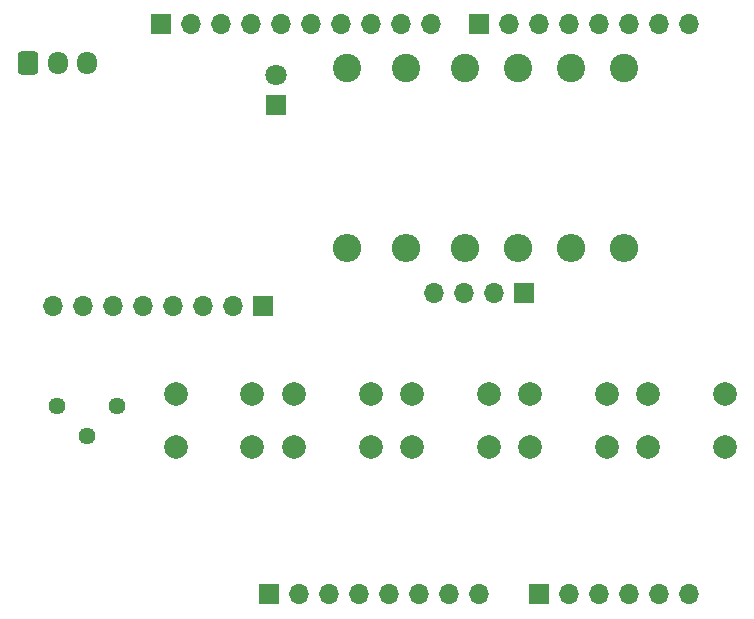
<source format=gbr>
%TF.GenerationSoftware,KiCad,Pcbnew,8.0.8*%
%TF.CreationDate,2025-02-03T17:05:43-07:00*%
%TF.ProjectId,Uno_Sheild_Project,556e6f5f-5368-4656-996c-645f50726f6a,rev?*%
%TF.SameCoordinates,Original*%
%TF.FileFunction,Soldermask,Bot*%
%TF.FilePolarity,Negative*%
%FSLAX46Y46*%
G04 Gerber Fmt 4.6, Leading zero omitted, Abs format (unit mm)*
G04 Created by KiCad (PCBNEW 8.0.8) date 2025-02-03 17:05:43*
%MOMM*%
%LPD*%
G01*
G04 APERTURE LIST*
G04 Aperture macros list*
%AMRoundRect*
0 Rectangle with rounded corners*
0 $1 Rounding radius*
0 $2 $3 $4 $5 $6 $7 $8 $9 X,Y pos of 4 corners*
0 Add a 4 corners polygon primitive as box body*
4,1,4,$2,$3,$4,$5,$6,$7,$8,$9,$2,$3,0*
0 Add four circle primitives for the rounded corners*
1,1,$1+$1,$2,$3*
1,1,$1+$1,$4,$5*
1,1,$1+$1,$6,$7*
1,1,$1+$1,$8,$9*
0 Add four rect primitives between the rounded corners*
20,1,$1+$1,$2,$3,$4,$5,0*
20,1,$1+$1,$4,$5,$6,$7,0*
20,1,$1+$1,$6,$7,$8,$9,0*
20,1,$1+$1,$8,$9,$2,$3,0*%
G04 Aperture macros list end*
%ADD10O,1.700000X1.700000*%
%ADD11R,1.700000X1.700000*%
%ADD12C,1.440000*%
%ADD13O,2.400000X2.400000*%
%ADD14C,2.400000*%
%ADD15R,1.800000X1.800000*%
%ADD16C,1.800000*%
%ADD17O,1.700000X1.950000*%
%ADD18RoundRect,0.250000X-0.600000X-0.725000X0.600000X-0.725000X0.600000X0.725000X-0.600000X0.725000X0*%
%ADD19C,2.000000*%
G04 APERTURE END LIST*
D10*
%TO.C,J1*%
X145720000Y-97460000D03*
X143180000Y-97460000D03*
X140640000Y-97460000D03*
X138100000Y-97460000D03*
X135560000Y-97460000D03*
X133020000Y-97460000D03*
X130480000Y-97460000D03*
D11*
X127940000Y-97460000D03*
%TD*%
D10*
%TO.C,J3*%
X163500000Y-97460000D03*
X160960000Y-97460000D03*
X158420000Y-97460000D03*
X155880000Y-97460000D03*
X153340000Y-97460000D03*
D11*
X150800000Y-97460000D03*
%TD*%
D10*
%TO.C,J2*%
X141656000Y-49200000D03*
X139116000Y-49200000D03*
X136576000Y-49200000D03*
X134036000Y-49200000D03*
X131496000Y-49200000D03*
X128956000Y-49200000D03*
X126416000Y-49200000D03*
X123876000Y-49200000D03*
X121336000Y-49200000D03*
D11*
X118796000Y-49200000D03*
%TD*%
D10*
%TO.C,J4*%
X163500000Y-49200000D03*
X160960000Y-49200000D03*
X158420000Y-49200000D03*
X155880000Y-49200000D03*
X153340000Y-49200000D03*
X150800000Y-49200000D03*
X148260000Y-49200000D03*
D11*
X145720000Y-49200000D03*
%TD*%
D12*
%TO.C,RV1*%
X115040000Y-81515000D03*
X112500000Y-84055000D03*
X109960000Y-81515000D03*
%TD*%
D10*
%TO.C,J6*%
X141880000Y-72000000D03*
X144420000Y-72000000D03*
X146960000Y-72000000D03*
D11*
X149500000Y-72000000D03*
%TD*%
D13*
%TO.C,R6*%
X134500000Y-68120000D03*
D14*
X134500000Y-52880000D03*
%TD*%
D15*
%TO.C,D1*%
X128500000Y-56040000D03*
D16*
X128500000Y-53500000D03*
%TD*%
D17*
%TO.C,J7*%
X112500000Y-52500000D03*
X110000000Y-52500000D03*
D18*
X107500000Y-52500000D03*
%TD*%
D19*
%TO.C,SW5*%
X126500000Y-85000000D03*
X120000000Y-85000000D03*
X126500000Y-80500000D03*
X120000000Y-80500000D03*
%TD*%
D14*
%TO.C,R2*%
X153500000Y-52880000D03*
D13*
X153500000Y-68120000D03*
%TD*%
D19*
%TO.C,SW1*%
X166500000Y-85000000D03*
X160000000Y-85000000D03*
X166500000Y-80500000D03*
X160000000Y-80500000D03*
%TD*%
D14*
%TO.C,R1*%
X158000000Y-52880000D03*
D13*
X158000000Y-68120000D03*
%TD*%
%TO.C,R5*%
X139500000Y-68120000D03*
D14*
X139500000Y-52880000D03*
%TD*%
D19*
%TO.C,SW2*%
X156500000Y-85000000D03*
X150000000Y-85000000D03*
X156500000Y-80500000D03*
X150000000Y-80500000D03*
%TD*%
%TO.C,SW4*%
X136500000Y-85000000D03*
X130000000Y-85000000D03*
X136500000Y-80500000D03*
X130000000Y-80500000D03*
%TD*%
D13*
%TO.C,R3*%
X149000000Y-68120000D03*
D14*
X149000000Y-52880000D03*
%TD*%
D13*
%TO.C,R4*%
X144500000Y-68120000D03*
D14*
X144500000Y-52880000D03*
%TD*%
D19*
%TO.C,SW3*%
X146500000Y-85000000D03*
X140000000Y-85000000D03*
X146500000Y-80500000D03*
X140000000Y-80500000D03*
%TD*%
D10*
%TO.C,J5*%
X109595000Y-73025000D03*
X112135000Y-73025000D03*
X114675000Y-73025000D03*
X117215000Y-73025000D03*
X119755000Y-73025000D03*
X122295000Y-73025000D03*
X124835000Y-73025000D03*
D11*
X127375000Y-73025000D03*
%TD*%
M02*

</source>
